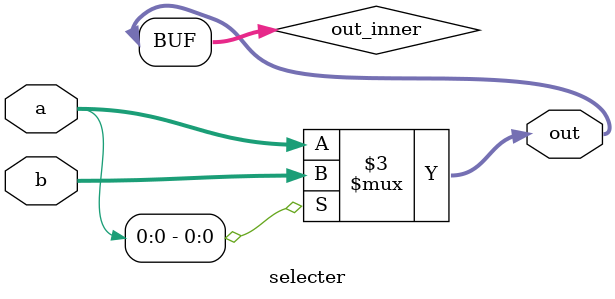
<source format=v>


module tree#(parameter NUM = 4096, LEN = 16, LEVEL = $clog2(NUM) )(
    input  clk,
    input  [NUM*LEN-1:0] in,
    output [LEN-1:0] sum
    );
    
    // 将输入长向量还原为矩阵形式。高位是右侧的C&S
    wire  [LEN-1:0] in_inner[NUM-1:0]; 
    reg   [LEN-1:0] sum_inner;
    
    genvar i;
    for ( i = 0; i < NUM ; i = i + 1)
    begin
        assign in_inner[i]=in[(i+1)*LEN-1:i*LEN];
    end
    
    
    // 计算各个级别的比较器数目，将各个级别的首地址记录在一个单独的变量之中
    // START_LEVELx             记录了LEVELx输入线的起始index。 
    // NUM_INPUT_LEVELx         记录LEVELx的输入线数目。
    // IS_ODD_NUM_INPUT_LEVELx  记录了LEVELx的输入线总数是否为奇数？
    // DIV2_NUM_LEVELx          为LEVELx输入线数目直接右移1位。（中间变量）
    // NUM_LEVELx               记录了LEVELx的selecter个数,同时也是LEVEL(x+1)的输入线数目。
         
    localparam   START_LEVEL0             =  0;
    localparam   NUM_INPUT_LEVEL0         =  NUM;
    localparam   IS_ODD_NUM_INPUT_LEVEL0  =  NUM_INPUT_LEVEL0[0]==1?1:0;
    localparam   DIV2_NUM_INPUT_LEVEL0    =  NUM_INPUT_LEVEL0>>1;
    localparam   NUM_LEVEL0               =  (NUM_INPUT_LEVEL0==1)?0:DIV2_NUM_INPUT_LEVEL0 + IS_ODD_NUM_INPUT_LEVEL0;
    
    localparam   START_LEVEL1             =  START_LEVEL0 + NUM_INPUT_LEVEL0*LEN;
    localparam   NUM_INPUT_LEVEL1         =  NUM_LEVEL0;
    localparam   IS_ODD_NUM_INPUT_LEVEL1  =  NUM_INPUT_LEVEL1[0]==1?1:0;
    localparam   DIV2_NUM_INPUT_LEVEL1    =  NUM_INPUT_LEVEL1>>1;
    localparam   NUM_LEVEL1               =  (NUM_INPUT_LEVEL1==1)?0:DIV2_NUM_INPUT_LEVEL1 + IS_ODD_NUM_INPUT_LEVEL1;
    
    localparam   START_LEVEL2             =  START_LEVEL1 + NUM_INPUT_LEVEL1*(LEN+1);
    localparam   NUM_INPUT_LEVEL2         =  NUM_LEVEL1;
    localparam   IS_ODD_NUM_INPUT_LEVEL2  =  NUM_INPUT_LEVEL2[0]==1?1:0;
    localparam   DIV2_NUM_INPUT_LEVEL2    =  NUM_INPUT_LEVEL2>>1;
    localparam   NUM_LEVEL2               =  (NUM_INPUT_LEVEL2==1)?0:DIV2_NUM_INPUT_LEVEL2 + IS_ODD_NUM_INPUT_LEVEL2;
    
    localparam   START_LEVEL3             =  START_LEVEL2 + NUM_INPUT_LEVEL2;
    localparam   NUM_INPUT_LEVEL3         =  NUM_LEVEL2;
    localparam   IS_ODD_NUM_INPUT_LEVEL3  =  NUM_INPUT_LEVEL3[0]==1?1:0;
    localparam   DIV2_NUM_INPUT_LEVEL3    =  NUM_INPUT_LEVEL3>>1;
    localparam   NUM_LEVEL3               =  (NUM_INPUT_LEVEL3==1)?0:DIV2_NUM_INPUT_LEVEL3 + IS_ODD_NUM_INPUT_LEVEL3;
    
    localparam   START_LEVEL4             =  START_LEVEL3 + NUM_INPUT_LEVEL3;
    localparam   NUM_INPUT_LEVEL4         =  NUM_LEVEL3;
    localparam   IS_ODD_NUM_INPUT_LEVEL4  =  NUM_INPUT_LEVEL4[0]==1?1:0;
    localparam   DIV2_NUM_INPUT_LEVEL4    =  NUM_INPUT_LEVEL4>>1;
    localparam   NUM_LEVEL4               =  (NUM_INPUT_LEVEL4==1)?0:DIV2_NUM_INPUT_LEVEL4 + IS_ODD_NUM_INPUT_LEVEL4;
    
    localparam   START_LEVEL5             =  START_LEVEL4 + NUM_INPUT_LEVEL4;
    localparam   NUM_INPUT_LEVEL5         =  NUM_LEVEL4;
    localparam   IS_ODD_NUM_INPUT_LEVEL5  =  NUM_INPUT_LEVEL5[0]==1?1:0;
    localparam   DIV2_NUM_INPUT_LEVEL5    =  NUM_INPUT_LEVEL5>>1;
    localparam   NUM_LEVEL5               =  (NUM_INPUT_LEVEL5==1)?0:DIV2_NUM_INPUT_LEVEL5 + IS_ODD_NUM_INPUT_LEVEL5;
    
    localparam   START_LEVEL6             =  START_LEVEL5 + NUM_INPUT_LEVEL5;
    localparam   NUM_INPUT_LEVEL6         =  NUM_LEVEL5;
    localparam   IS_ODD_NUM_INPUT_LEVEL6  =  NUM_INPUT_LEVEL6[0]==1?1:0;
    localparam   DIV2_NUM_INPUT_LEVEL6    =  NUM_INPUT_LEVEL6>>1;
    localparam   NUM_LEVEL6               =  (NUM_INPUT_LEVEL6==1)?0:DIV2_NUM_INPUT_LEVEL6 + IS_ODD_NUM_INPUT_LEVEL6;
    
    localparam   START_LEVEL7             =  START_LEVEL6 + NUM_INPUT_LEVEL6;
    localparam   NUM_INPUT_LEVEL7         =  NUM_LEVEL6;
    localparam   IS_ODD_NUM_INPUT_LEVEL7  =  NUM_INPUT_LEVEL7[0]==1?1:0;
    localparam   DIV2_NUM_INPUT_LEVEL7    =  NUM_INPUT_LEVEL7>>1;
    localparam   NUM_LEVEL7               =  (NUM_INPUT_LEVEL7==1)?0:DIV2_NUM_INPUT_LEVEL7 + IS_ODD_NUM_INPUT_LEVEL7;
    
    localparam   START_LEVEL8             =  START_LEVEL7 + NUM_INPUT_LEVEL7;
    localparam   NUM_INPUT_LEVEL8         =  NUM_LEVEL7;
    localparam   IS_ODD_NUM_INPUT_LEVEL8  =  NUM_INPUT_LEVEL8[0]==1?1:0;
    localparam   DIV2_NUM_INPUT_LEVEL8    =  NUM_INPUT_LEVEL8>>1;
    localparam   NUM_LEVEL8               =  (NUM_INPUT_LEVEL8==1)?0:DIV2_NUM_INPUT_LEVEL8 + IS_ODD_NUM_INPUT_LEVEL8;
    
    localparam   START_LEVEL9             =  START_LEVEL8 + NUM_INPUT_LEVEL8;
    localparam   NUM_INPUT_LEVEL9         =  NUM_LEVEL8;
    localparam   IS_ODD_NUM_INPUT_LEVEL9  =  NUM_INPUT_LEVEL9[0]==1?1:0;
    localparam   DIV2_NUM_INPUT_LEVEL9    =  NUM_INPUT_LEVEL9>>1;
    localparam   NUM_LEVEL9               =  (NUM_INPUT_LEVEL9==1)?0:DIV2_NUM_INPUT_LEVEL9 + IS_ODD_NUM_INPUT_LEVEL9;

    localparam   START_LEVEL10            =  START_LEVEL9 + NUM_INPUT_LEVEL9;
    localparam   NUM_INPUT_LEVEL10        =  NUM_LEVEL9;
    localparam   IS_ODD_NUM_INPUT_LEVEL10 =  NUM_INPUT_LEVEL10[0]==1?1:0;
    localparam   DIV2_NUM_INPUT_LEVEL10   =  NUM_INPUT_LEVEL10>>1;
    localparam   NUM_LEVEL10              =  (NUM_INPUT_LEVEL10==1)?0:DIV2_NUM_INPUT_LEVEL10 + IS_ODD_NUM_INPUT_LEVEL10;

    localparam   START_LEVEL11            =  START_LEVEL10 + NUM_INPUT_LEVEL10;
    localparam   NUM_INPUT_LEVEL11        =  NUM_LEVEL10;
    localparam   IS_ODD_NUM_INPUT_LEVEL11 =  NUM_INPUT_LEVEL11[0]==1?1:0;
    localparam   DIV2_NUM_INPUT_LEVEL11   =  NUM_INPUT_LEVEL11>>1;
    localparam   NUM_LEVEL11              =  (NUM_INPUT_LEVEL11==1)?0:DIV2_NUM_INPUT_LEVEL11 + IS_ODD_NUM_INPUT_LEVEL11;    
    
    localparam   START_LEVEL12            =  START_LEVEL11 + NUM_INPUT_LEVEL11;
    localparam   NUM_INPUT_LEVEL12        =  NUM_LEVEL11;
    localparam   IS_ODD_NUM_INPUT_LEVEL12 =  NUM_INPUT_LEVEL12[0]==1?1:0;
    localparam   DIV2_NUM_INPUT_LEVEL12   =  NUM_INPUT_LEVEL12>>1;
    localparam   NUM_LEVEL12              =  (NUM_INPUT_LEVEL12==1)?0:DIV2_NUM_INPUT_LEVEL12 + IS_ODD_NUM_INPUT_LEVEL12;    
    localparam   START_LEVEL13            =  START_LEVEL12 + NUM_INPUT_LEVEL12;

    wire [LEN-1:0] wire_inner[START_LEVEL13-1:0]; //多加的1是最终的输出。
    
    for (i = 0; i < NUM_INPUT_LEVEL0; i = i + 1) 
    begin
       assign wire_inner[i] = in_inner[i];
    end
    
    genvar index_num;
    generate
        
    for (index_num = 0; index_num < NUM_LEVEL0-IS_ODD_NUM_INPUT_LEVEL0; index_num = index_num + 1)
    begin
        selecter#(.LEN(LEN)) level0(.a(wire_inner[START_LEVEL0 + 2*index_num]),.b(wire_inner[START_LEVEL0+2*index_num+1]),.out(wire_inner[START_LEVEL1+index_num]));
    end
    if(IS_ODD_NUM_INPUT_LEVEL0 && (NUM_LEVEL0>0))
        selecter#(.LEN(LEN)) level0_last(.a(wire_inner[START_LEVEL0+2*(NUM_LEVEL0-1)]),.b(0),.out(wire_inner[START_LEVEL1+NUM_LEVEL0 - 1]));
    
    for (index_num = 0; index_num < NUM_LEVEL1-IS_ODD_NUM_INPUT_LEVEL1; index_num = index_num + 1)
    begin
        selecter#(.LEN(LEN)) level1(.a(wire_inner[START_LEVEL1+2*index_num]),.b(wire_inner[START_LEVEL1+2*index_num+1]),.out(wire_inner[START_LEVEL2+index_num]));
    end
    if(IS_ODD_NUM_INPUT_LEVEL1 && (NUM_LEVEL1>0))
        selecter#(.LEN(LEN)) level1_last(.a(wire_inner[START_LEVEL1+2*(NUM_LEVEL1-1)]),.b(0),.out(wire_inner[START_LEVEL2+NUM_LEVEL1 - 1]));
    
    for (index_num = 0; index_num < NUM_LEVEL2-IS_ODD_NUM_INPUT_LEVEL2; index_num = index_num + 1)
    begin
        selecter#(.LEN(LEN)) level2(.a(wire_inner[START_LEVEL2+2*index_num]),.b(wire_inner[START_LEVEL2+2*index_num+1]),.out(wire_inner[START_LEVEL3+index_num]));
    end
    if(IS_ODD_NUM_INPUT_LEVEL2 && (NUM_LEVEL2>0))
        selecter#(.LEN(LEN)) level2_last(.a(wire_inner[START_LEVEL2+2*(NUM_LEVEL2-1)]),.b(0),.out(wire_inner[START_LEVEL3+NUM_LEVEL2 - 1]));
    
    for (index_num = 0; index_num < NUM_LEVEL3-IS_ODD_NUM_INPUT_LEVEL3; index_num = index_num + 1)
    begin
        selecter#(.LEN(LEN)) level3(.a(wire_inner[START_LEVEL3+2*index_num]),.b(wire_inner[START_LEVEL3+2*index_num+1]),.out(wire_inner[START_LEVEL4+index_num]));
    end
    if(IS_ODD_NUM_INPUT_LEVEL3 && (NUM_LEVEL3>0))
        selecter#(.LEN(LEN)) level3_last(.a(wire_inner[START_LEVEL3+2*(NUM_LEVEL3-1)]),.b(0),.out(wire_inner[START_LEVEL4+NUM_LEVEL3 - 1]));
    
    for (index_num = 0; index_num < NUM_LEVEL4-IS_ODD_NUM_INPUT_LEVEL4; index_num = index_num + 1)
    begin
        selecter#(.LEN(LEN)) level4(.a(wire_inner[START_LEVEL4+2*index_num]),.b(wire_inner[START_LEVEL4+2*index_num+1]),.out(wire_inner[START_LEVEL5+index_num]));
    end
    if(IS_ODD_NUM_INPUT_LEVEL4 && (NUM_LEVEL4>0))
        selecter#(.LEN(LEN)) level4_last(.a(wire_inner[START_LEVEL4+2*(NUM_LEVEL4-1)]),.b(0),.out(wire_inner[START_LEVEL5+NUM_LEVEL4 - 1]));
    
    for (index_num = 0; index_num < NUM_LEVEL5-IS_ODD_NUM_INPUT_LEVEL5; index_num = index_num + 1)
    begin
        selecter#(.LEN(LEN)) level5(.a(wire_inner[START_LEVEL5+2*index_num]),.b(wire_inner[START_LEVEL5+2*index_num+1]),.out(wire_inner[START_LEVEL6+index_num]));
    end
    if(IS_ODD_NUM_INPUT_LEVEL5 && (NUM_LEVEL5>0))
        selecter#(.LEN(LEN)) level5_last(.a(wire_inner[START_LEVEL5+2*(NUM_LEVEL5-1)]),.b(0),.out(wire_inner[START_LEVEL6+NUM_LEVEL5 - 1]));
    
    for (index_num = 0; index_num < NUM_LEVEL6-IS_ODD_NUM_INPUT_LEVEL6; index_num = index_num + 1)
    begin
        selecter#(.LEN(LEN)) level6(.a(wire_inner[START_LEVEL6+2*index_num]),.b(wire_inner[START_LEVEL6+2*index_num+1]),.out(wire_inner[START_LEVEL7+index_num]));
    end
    if(IS_ODD_NUM_INPUT_LEVEL6 && (NUM_LEVEL6>0))
        selecter#(.LEN(LEN)) level6_last(.a(wire_inner[START_LEVEL6+2*(NUM_LEVEL6-1)]),.b(0),.out(wire_inner[START_LEVEL7+NUM_LEVEL6 - 1]));
    
    for (index_num = 0; index_num < NUM_LEVEL7-IS_ODD_NUM_INPUT_LEVEL7; index_num = index_num + 1)
    begin
        selecter#(.LEN(LEN)) level7(.a(wire_inner[START_LEVEL7+2*index_num]),.b(wire_inner[START_LEVEL7+2*index_num+1]),.out(wire_inner[START_LEVEL8+index_num]));
    end
    if(IS_ODD_NUM_INPUT_LEVEL7 && (NUM_LEVEL7>0))
        selecter#(.LEN(LEN)) level7_last(.a(wire_inner[START_LEVEL7+2*(NUM_LEVEL7-1)]),.b(0),.out(wire_inner[START_LEVEL8+NUM_LEVEL7 - 1]));
    
    for (index_num = 0; index_num < NUM_LEVEL8-IS_ODD_NUM_INPUT_LEVEL8; index_num = index_num + 1)
    begin
        selecter#(.LEN(LEN)) level8(.a(wire_inner[START_LEVEL8+2*index_num]),.b(wire_inner[START_LEVEL8+2*index_num+1]),.out(wire_inner[START_LEVEL9+index_num]));
    end
    if(IS_ODD_NUM_INPUT_LEVEL8 && (NUM_LEVEL8>0))
        selecter#(.LEN(LEN)) level8_last(.a(wire_inner[START_LEVEL8+2*(NUM_LEVEL8-1)]),.b(0),.out(wire_inner[START_LEVEL9+NUM_LEVEL8 - 1]));
    
    for (index_num = 0; index_num < NUM_LEVEL9-IS_ODD_NUM_INPUT_LEVEL9; index_num = index_num + 1)
    begin
        selecter#(.LEN(LEN)) level9(.a(wire_inner[START_LEVEL9+2*index_num]),.b(wire_inner[START_LEVEL9+2*index_num+1]),.out(wire_inner[START_LEVEL10+index_num]));
    end
    if(IS_ODD_NUM_INPUT_LEVEL9 && (NUM_LEVEL9>0))
        selecter#(.LEN(LEN)) level9_last(.a(wire_inner[START_LEVEL9+2*(NUM_LEVEL9-1)]),.b(0),.out(wire_inner[START_LEVEL10+NUM_LEVEL9 - 1]));   
    
    for (index_num = 0; index_num < NUM_LEVEL10-IS_ODD_NUM_INPUT_LEVEL10; index_num = index_num + 1)
    begin
        selecter#(.LEN(LEN)) level10(.a(wire_inner[START_LEVEL10+2*index_num]),.b(wire_inner[START_LEVEL10+2*index_num+1]),.out(wire_inner[START_LEVEL11+index_num]));
    end
    if(IS_ODD_NUM_INPUT_LEVEL10 && (NUM_LEVEL10>0))
        selecter#(.LEN(LEN)) level10_last(.a(wire_inner[START_LEVEL10+2*(NUM_LEVEL10-1)]),.b(0),.out(wire_inner[START_LEVEL11+NUM_LEVEL10 - 1]));
    
    for (index_num = 0; index_num < NUM_LEVEL11-IS_ODD_NUM_INPUT_LEVEL11; index_num = index_num + 1)
    begin
        selecter#(.LEN(LEN)) level11(.a(wire_inner[START_LEVEL11+2*index_num]),.b(wire_inner[START_LEVEL11+2*index_num+1]),.out(wire_inner[START_LEVEL12+index_num]));
    end
    if(IS_ODD_NUM_INPUT_LEVEL11 && (NUM_LEVEL11>0))
        selecter#(.LEN(LEN)) level11_last(.a(wire_inner[START_LEVEL11+2*(NUM_LEVEL11-1)]),.b(0),.out(wire_inner[START_LEVEL12+NUM_LEVEL11 - 1]));
    
    for (index_num = 0; index_num < NUM_LEVEL12-IS_ODD_NUM_INPUT_LEVEL12; index_num = index_num + 1)
    begin
        selecter#(.LEN(LEN)) level12(.a(wire_inner[START_LEVEL12+2*index_num]),.b(wire_inner[START_LEVEL12+2*index_num+1]),.out(wire_inner[START_LEVEL13+index_num]));
    end
    if(IS_ODD_NUM_INPUT_LEVEL12 && (NUM_LEVEL12>0))
        selecter#(.LEN(LEN)) level12_last(.a(wire_inner[START_LEVEL12+2*(NUM_LEVEL12-1)]),.b(0),.out(wire_inner[START_LEVEL13+NUM_LEVEL12 - 1]));
    endgenerate
 
    always@*
    begin
        sum_inner = wire_inner[START_LEVEL13-1];
    end
    
    assign sum = sum_inner;
endmodule


module selecter#(parameter LEN = 16)(
    input  [LEN-1:0] a,
    input  [LEN-1:0] b,
    output [LEN-1:0]  out
    );
    reg  [LEN-1:0]  out_inner;
    always@*
    begin
        out_inner = a[0]==0? a : b;
    end
    
    assign out = out_inner;
endmodule



</source>
